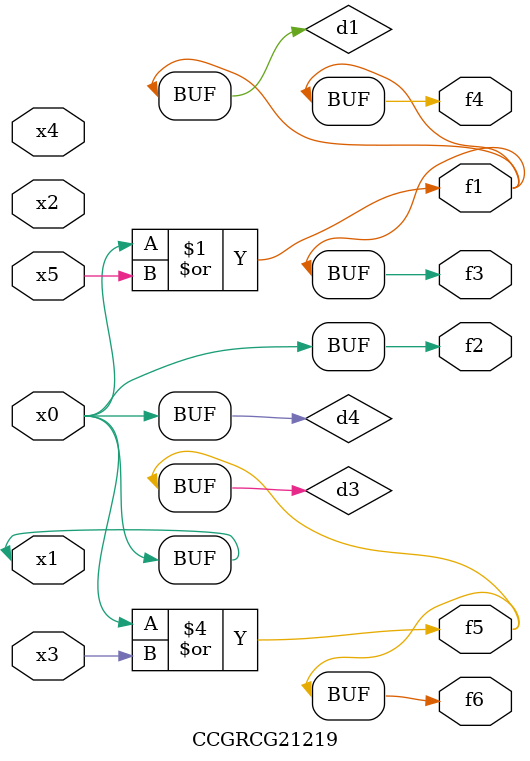
<source format=v>
module CCGRCG21219(
	input x0, x1, x2, x3, x4, x5,
	output f1, f2, f3, f4, f5, f6
);

	wire d1, d2, d3, d4;

	or (d1, x0, x5);
	xnor (d2, x1, x4);
	or (d3, x0, x3);
	buf (d4, x0, x1);
	assign f1 = d1;
	assign f2 = d4;
	assign f3 = d1;
	assign f4 = d1;
	assign f5 = d3;
	assign f6 = d3;
endmodule

</source>
